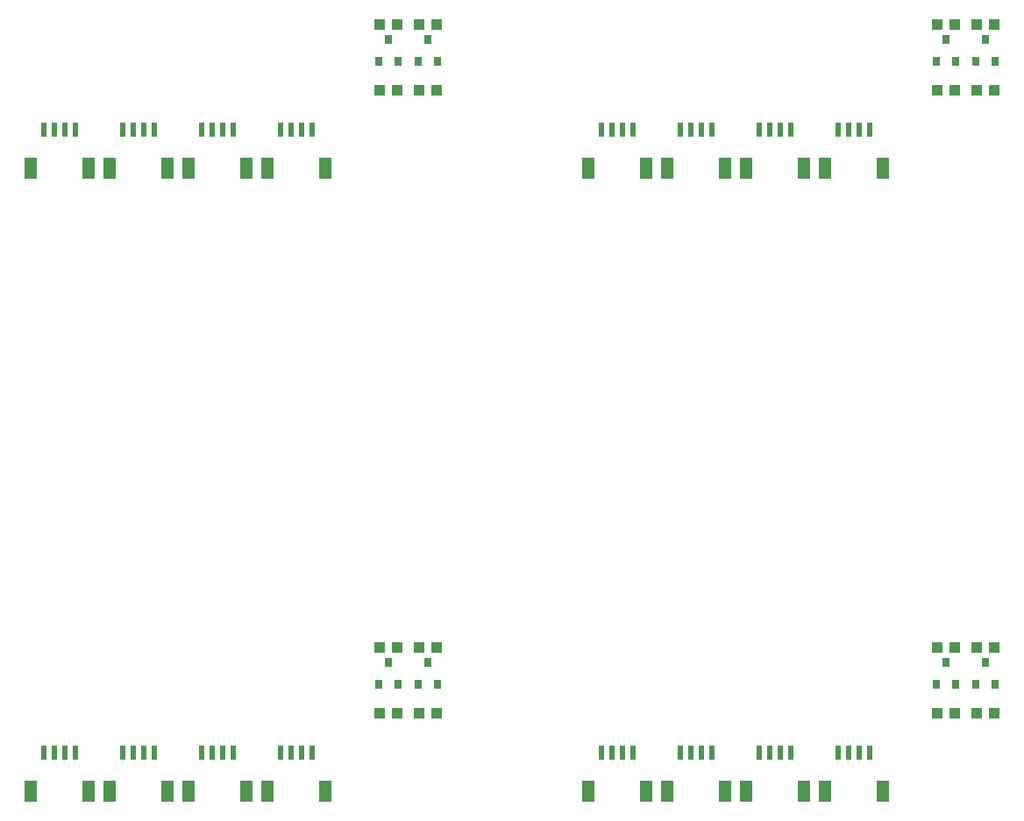
<source format=gtp>
G75*
%MOIN*%
%OFA0B0*%
%FSLAX25Y25*%
%IPPOS*%
%LPD*%
%AMOC8*
5,1,8,0,0,1.08239X$1,22.5*
%
%ADD10R,0.03150X0.03543*%
%ADD11R,0.04331X0.03937*%
%ADD12R,0.04724X0.07874*%
%ADD13R,0.02362X0.05315*%
D10*
X0271615Y0108587D03*
X0275355Y0116854D03*
X0279096Y0108587D03*
X0286615Y0108587D03*
X0290355Y0116854D03*
X0294096Y0108587D03*
X0483615Y0108587D03*
X0487355Y0116854D03*
X0491096Y0108587D03*
X0498615Y0108587D03*
X0502355Y0116854D03*
X0506096Y0108587D03*
X0506096Y0345587D03*
X0502355Y0353854D03*
X0498615Y0345587D03*
X0491096Y0345587D03*
X0487355Y0353854D03*
X0483615Y0345587D03*
X0294096Y0345587D03*
X0290355Y0353854D03*
X0286615Y0345587D03*
X0279096Y0345587D03*
X0275355Y0353854D03*
X0271615Y0345587D03*
D11*
X0272009Y0334524D03*
X0278702Y0334524D03*
X0287009Y0334524D03*
X0293702Y0334524D03*
X0293702Y0359524D03*
X0287009Y0359524D03*
X0278702Y0359524D03*
X0272009Y0359524D03*
X0484009Y0359524D03*
X0490702Y0359524D03*
X0499009Y0359524D03*
X0505702Y0359524D03*
X0505702Y0334524D03*
X0499009Y0334524D03*
X0490702Y0334524D03*
X0484009Y0334524D03*
X0484009Y0122524D03*
X0490702Y0122524D03*
X0499009Y0122524D03*
X0505702Y0122524D03*
X0505702Y0097524D03*
X0499009Y0097524D03*
X0490702Y0097524D03*
X0484009Y0097524D03*
X0293702Y0097524D03*
X0287009Y0097524D03*
X0278702Y0097524D03*
X0272009Y0097524D03*
X0272009Y0122524D03*
X0278702Y0122524D03*
X0287009Y0122524D03*
X0293702Y0122524D03*
D12*
X0139332Y0068055D03*
X0161379Y0068055D03*
X0169332Y0068055D03*
X0191379Y0068055D03*
X0199332Y0068055D03*
X0221379Y0068055D03*
X0229332Y0068055D03*
X0251379Y0068055D03*
X0351332Y0068055D03*
X0373379Y0068055D03*
X0381332Y0068055D03*
X0403379Y0068055D03*
X0411332Y0068055D03*
X0433379Y0068055D03*
X0441332Y0068055D03*
X0463379Y0068055D03*
X0463379Y0305055D03*
X0441332Y0305055D03*
X0433379Y0305055D03*
X0411332Y0305055D03*
X0403379Y0305055D03*
X0381332Y0305055D03*
X0373379Y0305055D03*
X0351332Y0305055D03*
X0251379Y0305055D03*
X0229332Y0305055D03*
X0221379Y0305055D03*
X0199332Y0305055D03*
X0191379Y0305055D03*
X0169332Y0305055D03*
X0161379Y0305055D03*
X0139332Y0305055D03*
D13*
X0144450Y0319524D03*
X0148387Y0319524D03*
X0152324Y0319524D03*
X0156261Y0319524D03*
X0174450Y0319524D03*
X0178387Y0319524D03*
X0182324Y0319524D03*
X0186261Y0319524D03*
X0204450Y0319524D03*
X0208387Y0319524D03*
X0212324Y0319524D03*
X0216261Y0319524D03*
X0234450Y0319524D03*
X0238387Y0319524D03*
X0242324Y0319524D03*
X0246261Y0319524D03*
X0356450Y0319524D03*
X0360387Y0319524D03*
X0364324Y0319524D03*
X0368261Y0319524D03*
X0386450Y0319524D03*
X0390387Y0319524D03*
X0394324Y0319524D03*
X0398261Y0319524D03*
X0416450Y0319524D03*
X0420387Y0319524D03*
X0424324Y0319524D03*
X0428261Y0319524D03*
X0446450Y0319524D03*
X0450387Y0319524D03*
X0454324Y0319524D03*
X0458261Y0319524D03*
X0458261Y0082524D03*
X0454324Y0082524D03*
X0450387Y0082524D03*
X0446450Y0082524D03*
X0428261Y0082524D03*
X0424324Y0082524D03*
X0420387Y0082524D03*
X0416450Y0082524D03*
X0398261Y0082524D03*
X0394324Y0082524D03*
X0390387Y0082524D03*
X0386450Y0082524D03*
X0368261Y0082524D03*
X0364324Y0082524D03*
X0360387Y0082524D03*
X0356450Y0082524D03*
X0246261Y0082524D03*
X0242324Y0082524D03*
X0238387Y0082524D03*
X0234450Y0082524D03*
X0216261Y0082524D03*
X0212324Y0082524D03*
X0208387Y0082524D03*
X0204450Y0082524D03*
X0186261Y0082524D03*
X0182324Y0082524D03*
X0178387Y0082524D03*
X0174450Y0082524D03*
X0156261Y0082524D03*
X0152324Y0082524D03*
X0148387Y0082524D03*
X0144450Y0082524D03*
M02*

</source>
